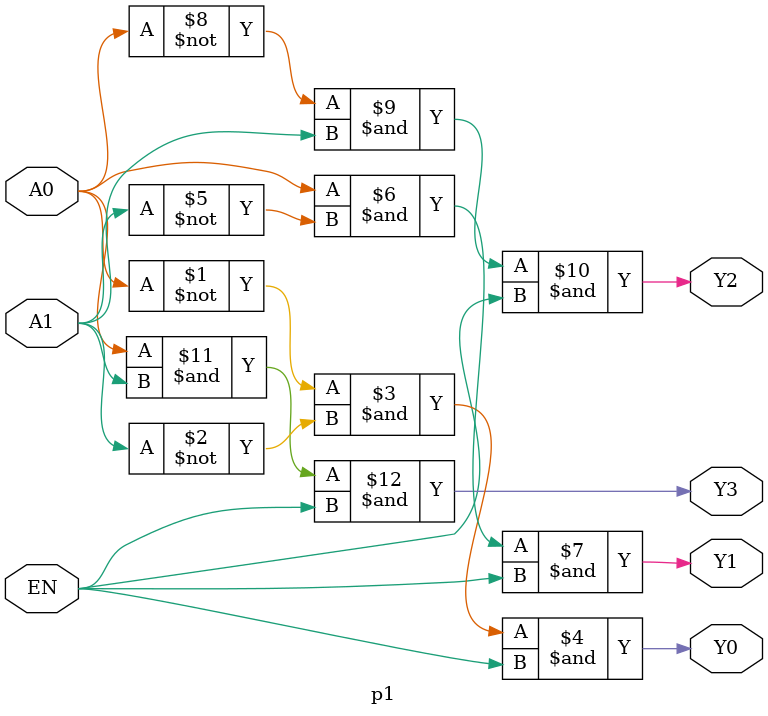
<source format=v>
`timescale 1ps/1ps

module p1(A0,A1,EN,Y0,Y1,Y2,Y3);
    input A0,A1,EN;
    output Y0,Y1,Y2,Y3;

    assign Y0 = ~A0&~A1&EN;
    assign Y1 = A0&~A1&EN;
    assign Y2 = ~A0&A1&EN;
    assign Y3 = A0&A1&EN;
endmodule
</source>
